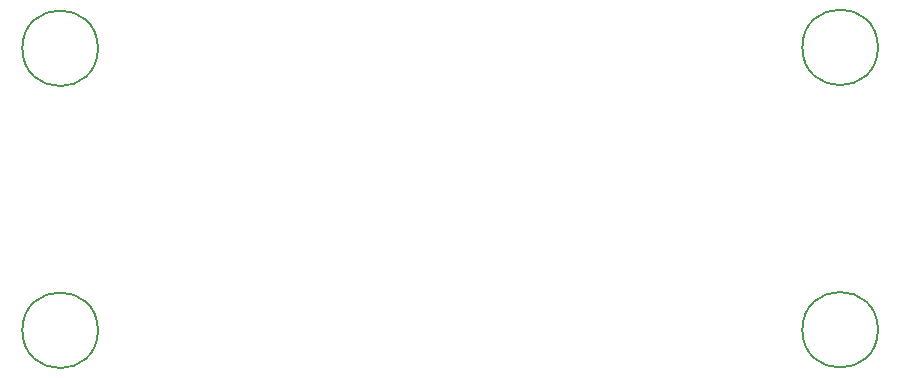
<source format=gbr>
%TF.GenerationSoftware,KiCad,Pcbnew,8.0.3*%
%TF.CreationDate,2024-08-06T18:37:16+01:00*%
%TF.ProjectId,DRV8243 DC Motor Driver Expander,44525638-3234-4332-9044-43204d6f746f,rev?*%
%TF.SameCoordinates,Original*%
%TF.FileFunction,Other,Comment*%
%FSLAX46Y46*%
G04 Gerber Fmt 4.6, Leading zero omitted, Abs format (unit mm)*
G04 Created by KiCad (PCBNEW 8.0.3) date 2024-08-06 18:37:16*
%MOMM*%
%LPD*%
G01*
G04 APERTURE LIST*
%ADD10C,0.150000*%
G04 APERTURE END LIST*
D10*
%TO.C,H2*%
X163728000Y-80183056D02*
G75*
G02*
X157328000Y-80183056I-3200000J0D01*
G01*
X157328000Y-80183056D02*
G75*
G02*
X163728000Y-80183056I3200000J0D01*
G01*
%TO.C,H3*%
X97688000Y-104140000D02*
G75*
G02*
X91288000Y-104140000I-3200000J0D01*
G01*
X91288000Y-104140000D02*
G75*
G02*
X97688000Y-104140000I3200000J0D01*
G01*
%TO.C,H1*%
X97688000Y-80264000D02*
G75*
G02*
X91288000Y-80264000I-3200000J0D01*
G01*
X91288000Y-80264000D02*
G75*
G02*
X97688000Y-80264000I3200000J0D01*
G01*
%TO.C,H4*%
X163728000Y-104093944D02*
G75*
G02*
X157328000Y-104093944I-3200000J0D01*
G01*
X157328000Y-104093944D02*
G75*
G02*
X163728000Y-104093944I3200000J0D01*
G01*
%TD*%
M02*

</source>
